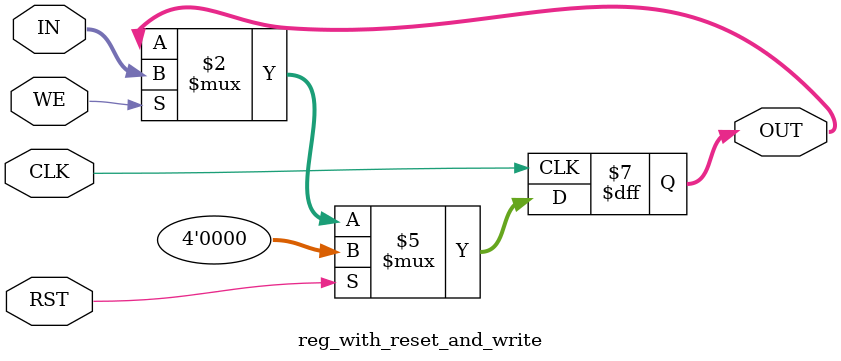
<source format=v>
module reg_with_reset_and_write #(parameter W=4)(
	input [W-1:0] IN,
	input CLK,
	input RST,
	input WE,//Write Enable	
	output reg [W-1:0] OUT
);

always @(posedge CLK) begin
    if (RST)
      OUT <= 0; // Reset operation
    else if (WE)
      OUT <= IN; // Write operation
   
end
endmodule
</source>
